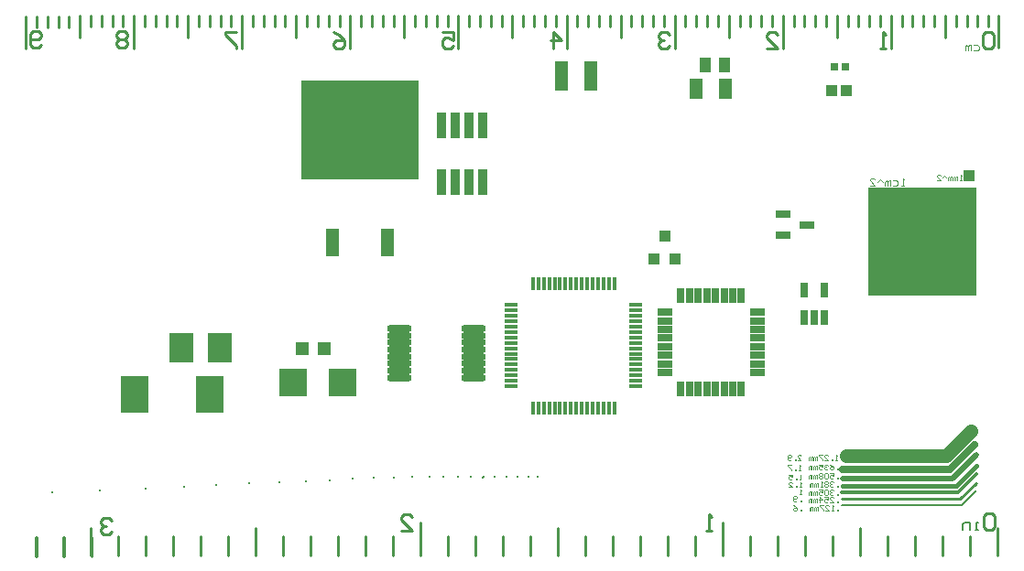
<source format=gbs>
G04 Layer_Color=8150272*
%FSLAX24Y24*%
%MOIN*%
G70*
G01*
G75*
%ADD10C,0.0100*%
%ADD784C,0.0500*%
%ADD785C,0.0200*%
%ADD786C,0.0250*%
%ADD787C,0.0150*%
%ADD789C,0.0050*%
%ADD790C,0.0039*%
%ADD792C,0.0049*%
%ADD794R,0.0394X0.0394*%
%ADD797C,0.0080*%
%ADD798C,0.0120*%
%ADD799C,0.0070*%
%ADD800R,0.3937X0.3937*%
%ADD801R,0.0300X0.0580*%
%ADD802R,0.0580X0.0300*%
%ADD803R,0.0316X0.0277*%
%ADD804R,0.0395X0.0434*%
%ADD805R,0.0395X0.0552*%
%ADD806R,0.0474X0.0167*%
%ADD807R,0.0167X0.0474*%
%ADD808R,0.0320X0.0950*%
%ADD809R,0.0513X0.0749*%
%ADD810R,0.0513X0.1104*%
%ADD811R,0.0474X0.0474*%
%ADD812R,0.4273X0.3584*%
%ADD813R,0.0493X0.1025*%
%ADD814R,0.0867X0.1064*%
%ADD815O,0.0907X0.0257*%
%ADD816R,0.0986X0.0986*%
%ADD817R,0.1025X0.1379*%
%ADD818R,0.0395X0.0434*%
%ADD819R,0.0533X0.0316*%
%ADD820R,0.0280X0.0580*%
D10*
X45268Y28350D02*
Y29532D01*
X11457Y29102D02*
Y29496D01*
X11850Y28709D02*
Y29496D01*
X10669Y29102D02*
Y29496D01*
X11063Y29102D02*
Y29496D01*
X9882Y28315D02*
Y29496D01*
X10276Y29102D02*
Y29496D01*
X11260Y9832D02*
Y10532D01*
X10260Y9832D02*
Y10532D01*
X10276Y9832D02*
Y10532D01*
X12264Y9832D02*
Y10532D01*
X11264Y9832D02*
Y10532D01*
X11280Y9832D02*
Y10532D01*
X39563Y11909D02*
X43894D01*
X12260Y9863D02*
Y10863D01*
X16244Y9863D02*
Y10563D01*
X20244Y9863D02*
Y10563D01*
X24051Y29114D02*
Y29508D01*
X24244Y9863D02*
Y11063D01*
X24839Y29114D02*
Y29508D01*
X27201Y29114D02*
Y29508D01*
X26413Y29114D02*
Y29508D01*
X25626Y28327D02*
Y29508D01*
X28776Y29114D02*
Y29508D01*
X27988Y29114D02*
Y29508D01*
X29563Y28327D02*
Y29508D01*
X28244Y9863D02*
Y10563D01*
X32244Y9863D02*
Y10563D01*
X36244Y9863D02*
Y10563D01*
X40244Y9863D02*
Y10863D01*
X44244Y9863D02*
Y10563D01*
X43894Y11909D02*
X44484Y12500D01*
X11846Y28720D02*
Y29508D01*
X12240Y29114D02*
Y29508D01*
X12634Y29114D02*
Y29508D01*
X13028Y29114D02*
Y29508D01*
X13421Y29114D02*
Y29508D01*
X13260Y9863D02*
Y10563D01*
X14209Y29114D02*
Y29508D01*
X13815Y28327D02*
Y29508D01*
X14260Y9863D02*
Y10563D01*
X14244Y9863D02*
Y10563D01*
X14996Y29114D02*
Y29508D01*
X14602Y29114D02*
Y29508D01*
X15244Y9863D02*
Y10563D01*
X15783Y28720D02*
Y29508D01*
X15390Y29114D02*
Y29508D01*
X16571Y29114D02*
Y29508D01*
X16177Y29114D02*
Y29508D01*
X17358Y29114D02*
Y29508D01*
X16965Y29114D02*
Y29508D01*
X17244Y9863D02*
Y10563D01*
X17752Y28327D02*
Y29508D01*
X18146Y29114D02*
Y29508D01*
X18244Y9863D02*
Y10863D01*
X18933Y29114D02*
Y29508D01*
X18539Y29114D02*
Y29508D01*
X19244Y9863D02*
Y10563D01*
X19720Y28720D02*
Y29508D01*
X19327Y29114D02*
Y29508D01*
X20508Y29114D02*
Y29508D01*
X20114Y29114D02*
Y29508D01*
X21295Y29114D02*
Y29508D01*
X20902Y29114D02*
Y29508D01*
X21244Y9863D02*
Y10563D01*
X21689Y28327D02*
Y29508D01*
X22083Y29114D02*
Y29508D01*
X22244Y9863D02*
Y10563D01*
X22870Y29114D02*
Y29508D01*
X22476Y29114D02*
Y29508D01*
X23244Y9863D02*
Y10563D01*
X23657Y28720D02*
Y29508D01*
X23264Y29114D02*
Y29508D01*
X24445Y29114D02*
Y29508D01*
X25232Y29114D02*
Y29508D01*
X25244Y9863D02*
Y10563D01*
X26020Y29114D02*
Y29508D01*
X26244Y9863D02*
Y10563D01*
X26807Y29114D02*
Y29508D01*
X27244Y9863D02*
Y10563D01*
X27594Y28720D02*
Y29508D01*
X28382Y29114D02*
Y29508D01*
X29169Y29114D02*
Y29508D01*
X29244Y9863D02*
Y10863D01*
X30350Y29114D02*
Y29508D01*
X29957Y29114D02*
Y29508D01*
X30244Y9863D02*
Y10563D01*
X31138Y29114D02*
Y29508D01*
X30744Y29114D02*
Y29508D01*
X31244Y9863D02*
Y10563D01*
X31925Y29114D02*
Y29508D01*
X31532Y28720D02*
Y29508D01*
X32713Y29114D02*
Y29508D01*
X32319Y29114D02*
Y29508D01*
X33106Y29114D02*
Y29508D01*
X33500Y28327D02*
Y29508D01*
X33244Y9863D02*
Y10563D01*
X34287Y29114D02*
Y29508D01*
X33894Y29114D02*
Y29508D01*
X34244Y9863D02*
Y10563D01*
X35075Y29114D02*
Y29508D01*
X34681Y29114D02*
Y29508D01*
X35244Y9863D02*
Y11063D01*
X35862Y29114D02*
Y29508D01*
X35469Y28720D02*
Y29508D01*
X36650Y29114D02*
Y29508D01*
X36256Y29114D02*
Y29508D01*
X37043Y29114D02*
Y29508D01*
X37437Y28327D02*
Y29508D01*
X37244Y9863D02*
Y10563D01*
X38224Y29114D02*
Y29508D01*
X37831Y29114D02*
Y29508D01*
X38244Y9863D02*
Y10563D01*
X39012Y29114D02*
Y29508D01*
X38618Y29114D02*
Y29508D01*
X39244Y9863D02*
Y10563D01*
X39799Y29114D02*
Y29508D01*
X39406Y28720D02*
Y29508D01*
X40587Y29114D02*
Y29508D01*
X40193Y29114D02*
Y29508D01*
X40980Y29114D02*
Y29508D01*
X41374Y28327D02*
Y29508D01*
X41244Y9863D02*
Y10563D01*
X41768Y29114D02*
Y29508D01*
X42161Y29114D02*
Y29508D01*
X42244Y9863D02*
Y10563D01*
X42555Y29114D02*
Y29508D01*
X42949Y29114D02*
Y29508D01*
X43244Y9863D02*
Y10563D01*
X43343Y28720D02*
Y29508D01*
X43736Y29114D02*
Y29508D01*
X44130Y29114D02*
Y29508D01*
X44524Y29114D02*
Y29508D01*
X44917Y29114D02*
Y29508D01*
X45244Y10846D02*
X45244Y9863D01*
X43453Y12937D02*
X43508Y12980D01*
X44484Y13130D02*
X44484D01*
Y12815D02*
Y12815D01*
X13579Y28866D02*
X13479Y28966D01*
X13279D01*
X13179Y28866D01*
Y28766D01*
X13279Y28666D01*
X13179Y28566D01*
Y28466D01*
X13279Y28366D01*
X13479D01*
X13579Y28466D01*
Y28566D01*
X13479Y28666D01*
X13579Y28766D01*
Y28866D01*
X13479Y28666D02*
X13279D01*
X36840Y28327D02*
X37240D01*
X36840Y28727D01*
Y28827D01*
X36940Y28927D01*
X37140D01*
X37240Y28827D01*
X34843Y10764D02*
X34643D01*
X34743D01*
Y11364D01*
X34843Y11264D01*
X45154Y11279D02*
X45054Y11379D01*
X44854D01*
X44754Y11279D01*
Y10879D01*
X44854Y10780D01*
X45054D01*
X45154Y10879D01*
Y11279D01*
X13000Y11106D02*
X12900Y11206D01*
X12700D01*
X12600Y11106D01*
Y11006D01*
X12700Y10906D01*
X12800D01*
X12700D01*
X12600Y10806D01*
Y10706D01*
X12700Y10606D01*
X12900D01*
X13000Y10706D01*
X17555Y28927D02*
X17155D01*
Y28827D01*
X17555Y28427D01*
Y28327D01*
X33303Y28827D02*
X33203Y28927D01*
X33003D01*
X32903Y28827D01*
Y28727D01*
X33003Y28627D01*
X33103D01*
X33003D01*
X32903Y28527D01*
Y28427D01*
X33003Y28327D01*
X33203D01*
X33303Y28427D01*
X45114Y28827D02*
X45014Y28927D01*
X44814D01*
X44714Y28827D01*
Y28427D01*
X44814Y28327D01*
X45014D01*
X45114Y28427D01*
Y28827D01*
X23545Y10764D02*
X23945D01*
X23545Y11164D01*
Y11264D01*
X23645Y11364D01*
X23845D01*
X23945Y11264D01*
X21092Y28927D02*
X21292Y28827D01*
X21492Y28627D01*
Y28427D01*
X21392Y28327D01*
X21192D01*
X21092Y28427D01*
Y28527D01*
X21192Y28627D01*
X21492D01*
X25029Y28927D02*
X25429D01*
Y28627D01*
X25229Y28727D01*
X25129D01*
X25029Y28627D01*
Y28427D01*
X25129Y28327D01*
X25329D01*
X25429Y28427D01*
X29066Y28327D02*
Y28927D01*
X29366Y28627D01*
X28966D01*
X41177Y28327D02*
X40977D01*
X41077D01*
Y28927D01*
X41177Y28827D01*
X10449Y28450D02*
X10349Y28350D01*
X10149D01*
X10049Y28450D01*
Y28850D01*
X10149Y28950D01*
X10349D01*
X10449Y28850D01*
Y28750D01*
X10349Y28650D01*
X10049D01*
D784*
X43370Y13480D02*
X44274Y14384D01*
X39760Y13480D02*
X43370D01*
D785*
X43618Y12657D02*
X44484Y13524D01*
X39602Y12657D02*
X43618D01*
D786*
X43508Y12980D02*
X44402Y13874D01*
X39602Y12980D02*
X43508D01*
D787*
X39602Y12382D02*
X43736D01*
X44484Y13130D01*
D789*
X39563Y11673D02*
X43933D01*
X44484Y12224D01*
X39563Y11673D02*
X39563Y11673D01*
D790*
X43933Y23524D02*
X43867D01*
X43900D01*
Y23720D01*
X43933Y23688D01*
X43769Y23524D02*
Y23655D01*
X43736D01*
X43703Y23622D01*
Y23524D01*
Y23622D01*
X43671Y23655D01*
X43638Y23622D01*
Y23524D01*
X43572D02*
Y23655D01*
X43540D01*
X43507Y23622D01*
Y23524D01*
Y23622D01*
X43474Y23655D01*
X43441Y23622D01*
Y23524D01*
X43376Y23622D02*
X43310Y23688D01*
X43244Y23622D01*
X43048Y23524D02*
X43179D01*
X43048Y23655D01*
Y23688D01*
X43080Y23720D01*
X43146D01*
X43179Y23688D01*
X37963Y13315D02*
X38094D01*
X37963Y13446D01*
Y13479D01*
X37996Y13512D01*
X38062D01*
X38094Y13479D01*
X37898Y13315D02*
Y13348D01*
X37865D01*
Y13315D01*
X37898D01*
X37734Y13348D02*
X37701Y13315D01*
X37635D01*
X37603Y13348D01*
Y13479D01*
X37635Y13512D01*
X37701D01*
X37734Y13479D01*
Y13446D01*
X37701Y13413D01*
X37603D01*
X38094Y12606D02*
X38029D01*
X38062D01*
Y12803D01*
X38094Y12770D01*
X37931Y12606D02*
Y12639D01*
X37898D01*
Y12606D01*
X37931D01*
X37635Y12803D02*
X37767D01*
Y12705D01*
X37701Y12737D01*
X37668D01*
X37635Y12705D01*
Y12639D01*
X37668Y12606D01*
X37734D01*
X37767Y12639D01*
X38098Y12339D02*
X38033D01*
X38066D01*
Y12535D01*
X38098Y12503D01*
X37934Y12339D02*
Y12371D01*
X37902D01*
Y12339D01*
X37934D01*
X37639D02*
X37770D01*
X37639Y12470D01*
Y12503D01*
X37672Y12535D01*
X37738D01*
X37770Y12503D01*
X39413Y13323D02*
X39348D01*
X39381D01*
Y13520D01*
X39413Y13487D01*
X39249Y13323D02*
Y13356D01*
X39217D01*
Y13323D01*
X39249D01*
X38954D02*
X39085D01*
X38954Y13454D01*
Y13487D01*
X38987Y13520D01*
X39053D01*
X39085Y13487D01*
X38889Y13520D02*
X38757D01*
Y13487D01*
X38889Y13356D01*
Y13323D01*
X38692D02*
Y13454D01*
X38659D01*
X38626Y13421D01*
Y13323D01*
Y13421D01*
X38593Y13454D01*
X38561Y13421D01*
Y13323D01*
X38495D02*
Y13454D01*
X38462D01*
X38429Y13421D01*
Y13323D01*
Y13421D01*
X38397Y13454D01*
X38364Y13421D01*
Y13323D01*
X39445Y12343D02*
Y12375D01*
X39412D01*
Y12343D01*
X39445D01*
X39281Y12507D02*
X39248Y12539D01*
X39183D01*
X39150Y12507D01*
Y12474D01*
X39183Y12441D01*
X39215D01*
X39183D01*
X39150Y12408D01*
Y12375D01*
X39183Y12343D01*
X39248D01*
X39281Y12375D01*
X39084Y12507D02*
X39051Y12539D01*
X38986D01*
X38953Y12507D01*
Y12474D01*
X38986Y12441D01*
X38953Y12408D01*
Y12375D01*
X38986Y12343D01*
X39051D01*
X39084Y12375D01*
Y12408D01*
X39051Y12441D01*
X39084Y12474D01*
Y12507D01*
X39051Y12441D02*
X38986D01*
X38887Y12343D02*
X38822D01*
X38855D01*
Y12539D01*
X38887Y12507D01*
X38723Y12343D02*
Y12474D01*
X38691D01*
X38658Y12441D01*
Y12343D01*
Y12441D01*
X38625Y12474D01*
X38592Y12441D01*
Y12343D01*
X38527D02*
Y12474D01*
X38494D01*
X38461Y12441D01*
Y12343D01*
Y12441D01*
X38428Y12474D01*
X38395Y12441D01*
Y12343D01*
X39445Y11791D02*
Y11824D01*
X39412D01*
Y11791D01*
X39445D01*
X39150D02*
X39281D01*
X39150Y11923D01*
Y11955D01*
X39183Y11988D01*
X39248D01*
X39281Y11955D01*
X38953Y11988D02*
X39084D01*
Y11890D01*
X39019Y11923D01*
X38986D01*
X38953Y11890D01*
Y11824D01*
X38986Y11791D01*
X39051D01*
X39084Y11824D01*
X38789Y11791D02*
Y11988D01*
X38887Y11890D01*
X38756D01*
X38691Y11791D02*
Y11923D01*
X38658D01*
X38625Y11890D01*
Y11791D01*
Y11890D01*
X38592Y11923D01*
X38559Y11890D01*
Y11791D01*
X38494D02*
Y11923D01*
X38461D01*
X38428Y11890D01*
Y11791D01*
Y11890D01*
X38395Y11923D01*
X38363Y11890D01*
Y11791D01*
X38087Y12945D02*
X38021D01*
X38054D01*
Y13142D01*
X38087Y13109D01*
X37923Y12945D02*
Y12978D01*
X37890D01*
Y12945D01*
X37923D01*
X37759Y13142D02*
X37627D01*
Y13109D01*
X37759Y12978D01*
Y12945D01*
X39445Y12972D02*
Y13005D01*
X39412D01*
Y12972D01*
X39445D01*
X39150Y13169D02*
X39215Y13136D01*
X39281Y13071D01*
Y13005D01*
X39248Y12972D01*
X39183D01*
X39150Y13005D01*
Y13038D01*
X39183Y13071D01*
X39281D01*
X39084Y13136D02*
X39051Y13169D01*
X38986D01*
X38953Y13136D01*
Y13104D01*
X38986Y13071D01*
X39019D01*
X38986D01*
X38953Y13038D01*
Y13005D01*
X38986Y12972D01*
X39051D01*
X39084Y13005D01*
X38756Y13169D02*
X38887D01*
Y13071D01*
X38822Y13104D01*
X38789D01*
X38756Y13071D01*
Y13005D01*
X38789Y12972D01*
X38855D01*
X38887Y13005D01*
X38691Y12972D02*
Y13104D01*
X38658D01*
X38625Y13071D01*
Y12972D01*
Y13071D01*
X38592Y13104D01*
X38559Y13071D01*
Y12972D01*
X38494D02*
Y13104D01*
X38461D01*
X38428Y13071D01*
Y12972D01*
Y13071D01*
X38395Y13104D01*
X38363Y13071D01*
Y12972D01*
X39445Y12657D02*
Y12690D01*
X39412D01*
Y12657D01*
X39445D01*
X39150Y12854D02*
X39281D01*
Y12756D01*
X39215Y12789D01*
X39183D01*
X39150Y12756D01*
Y12690D01*
X39183Y12657D01*
X39248D01*
X39281Y12690D01*
X39084Y12821D02*
X39051Y12854D01*
X38986D01*
X38953Y12821D01*
Y12690D01*
X38986Y12657D01*
X39051D01*
X39084Y12690D01*
Y12821D01*
X38887D02*
X38855Y12854D01*
X38789D01*
X38756Y12821D01*
Y12789D01*
X38789Y12756D01*
X38756Y12723D01*
Y12690D01*
X38789Y12657D01*
X38855D01*
X38887Y12690D01*
Y12723D01*
X38855Y12756D01*
X38887Y12789D01*
Y12821D01*
X38855Y12756D02*
X38789D01*
X38691Y12657D02*
Y12789D01*
X38658D01*
X38625Y12756D01*
Y12657D01*
Y12756D01*
X38592Y12789D01*
X38559Y12756D01*
Y12657D01*
X38494D02*
Y12789D01*
X38461D01*
X38428Y12756D01*
Y12657D01*
Y12756D01*
X38395Y12789D01*
X38363Y12756D01*
Y12657D01*
X39445Y12067D02*
Y12100D01*
X39412D01*
Y12067D01*
X39445D01*
X39281Y12231D02*
X39248Y12264D01*
X39183D01*
X39150Y12231D01*
Y12198D01*
X39183Y12165D01*
X39215D01*
X39183D01*
X39150Y12133D01*
Y12100D01*
X39183Y12067D01*
X39248D01*
X39281Y12100D01*
X39084Y12231D02*
X39051Y12264D01*
X38986D01*
X38953Y12231D01*
Y12100D01*
X38986Y12067D01*
X39051D01*
X39084Y12100D01*
Y12231D01*
X38756Y12264D02*
X38887D01*
Y12165D01*
X38822Y12198D01*
X38789D01*
X38756Y12165D01*
Y12100D01*
X38789Y12067D01*
X38855D01*
X38887Y12100D01*
X38691Y12067D02*
Y12198D01*
X38658D01*
X38625Y12165D01*
Y12067D01*
Y12165D01*
X38592Y12198D01*
X38559Y12165D01*
Y12067D01*
X38494D02*
Y12198D01*
X38461D01*
X38428Y12165D01*
Y12067D01*
Y12165D01*
X38395Y12198D01*
X38363Y12165D01*
Y12067D01*
X39445Y11476D02*
Y11509D01*
X39412D01*
Y11476D01*
X39445D01*
X39281D02*
X39215D01*
X39248D01*
Y11673D01*
X39281Y11640D01*
X38986Y11476D02*
X39117D01*
X38986Y11608D01*
Y11640D01*
X39019Y11673D01*
X39084D01*
X39117Y11640D01*
X38920Y11673D02*
X38789D01*
Y11640D01*
X38920Y11509D01*
Y11476D01*
X38723D02*
Y11608D01*
X38691D01*
X38658Y11575D01*
Y11476D01*
Y11575D01*
X38625Y11608D01*
X38592Y11575D01*
Y11476D01*
X38527D02*
Y11608D01*
X38494D01*
X38461Y11575D01*
Y11476D01*
Y11575D01*
X38428Y11608D01*
X38395Y11575D01*
Y11476D01*
X38102Y11811D02*
Y11844D01*
X38070D01*
Y11811D01*
X38102D01*
X37938Y11844D02*
X37906Y11811D01*
X37840D01*
X37807Y11844D01*
Y11975D01*
X37840Y12008D01*
X37906D01*
X37938Y11975D01*
Y11942D01*
X37906Y11909D01*
X37807D01*
X38102Y12071D02*
X38037D01*
X38070D01*
Y12268D01*
X38102Y12235D01*
X38110Y11492D02*
Y11525D01*
X38077D01*
Y11492D01*
X38110D01*
X37815Y11689D02*
X37881Y11656D01*
X37946Y11591D01*
Y11525D01*
X37913Y11492D01*
X37848D01*
X37815Y11525D01*
Y11558D01*
X37848Y11591D01*
X37946D01*
D792*
X41846Y23327D02*
X41755D01*
X41801D01*
Y23602D01*
X41846Y23556D01*
X41433Y23510D02*
X41571D01*
X41617Y23465D01*
Y23373D01*
X41571Y23327D01*
X41433D01*
X41341D02*
Y23510D01*
X41295D01*
X41250Y23465D01*
Y23327D01*
Y23465D01*
X41204Y23510D01*
X41158Y23465D01*
Y23327D01*
X41066Y23465D02*
X40974Y23556D01*
X40882Y23465D01*
X40607Y23327D02*
X40790D01*
X40607Y23510D01*
Y23556D01*
X40653Y23602D01*
X40744D01*
X40790Y23556D01*
X44366Y28445D02*
X44514D01*
X44563Y28396D01*
Y28297D01*
X44514Y28248D01*
X44366D01*
X44268D02*
Y28445D01*
X44219D01*
X44169Y28396D01*
Y28248D01*
Y28396D01*
X44120Y28445D01*
X44071Y28396D01*
Y28248D01*
D794*
X44209Y23681D02*
D03*
D797*
X10843Y12142D02*
D03*
X12575Y12209D02*
D03*
X14228Y12287D02*
D03*
X15646Y12366D02*
D03*
X16827Y12406D02*
D03*
X18008Y12484D02*
D03*
X19110Y12524D02*
D03*
X20094Y12563D02*
D03*
X20961Y12602D02*
D03*
X21787Y12642D02*
D03*
X22535Y12681D02*
D03*
X23283D02*
D03*
X23953Y12720D02*
D03*
X24583D02*
D03*
X25094D02*
D03*
X25606D02*
D03*
X26079D02*
D03*
X26551D02*
D03*
X26945D02*
D03*
X27378D02*
D03*
X27772D02*
D03*
X28165D02*
D03*
X28520D02*
D03*
X26512Y12681D02*
D03*
D798*
X39563Y12146D02*
X43815D01*
X44484Y12815D01*
D799*
X44559Y10780D02*
X44428D01*
X44493D01*
Y11042D01*
X44559D01*
X44231Y10780D02*
Y11042D01*
X44034D01*
X43969Y10976D01*
Y10780D01*
D800*
X42516Y21280D02*
D03*
D801*
X35925Y19304D02*
D03*
X35610D02*
D03*
X35295D02*
D03*
X34980D02*
D03*
X34665D02*
D03*
X34350D02*
D03*
X34035D02*
D03*
X33720D02*
D03*
Y15924D02*
D03*
X34035D02*
D03*
X34350D02*
D03*
X34665D02*
D03*
X34980D02*
D03*
X35295D02*
D03*
X35610D02*
D03*
X35925D02*
D03*
D802*
X33133Y18717D02*
D03*
Y18402D02*
D03*
Y18087D02*
D03*
Y17772D02*
D03*
Y17457D02*
D03*
Y17142D02*
D03*
Y16827D02*
D03*
Y16512D02*
D03*
X36513D02*
D03*
Y16827D02*
D03*
Y17142D02*
D03*
Y17457D02*
D03*
Y17772D02*
D03*
Y18087D02*
D03*
Y18402D02*
D03*
Y18717D02*
D03*
D803*
X39701Y27665D02*
D03*
X39307D02*
D03*
D804*
X39197Y26783D02*
D03*
X39748D02*
D03*
D805*
X35315Y27736D02*
D03*
X34606D02*
D03*
D806*
X32083Y17201D02*
D03*
Y16807D02*
D03*
Y16413D02*
D03*
Y16020D02*
D03*
Y16217D02*
D03*
Y16610D02*
D03*
Y17004D02*
D03*
Y18972D02*
D03*
Y18579D02*
D03*
Y18185D02*
D03*
Y17791D02*
D03*
Y18776D02*
D03*
Y18382D02*
D03*
Y17988D02*
D03*
Y17398D02*
D03*
Y17594D02*
D03*
X27555Y17791D02*
D03*
Y18185D02*
D03*
Y18579D02*
D03*
Y18972D02*
D03*
Y18776D02*
D03*
Y18382D02*
D03*
Y17988D02*
D03*
Y16020D02*
D03*
Y16413D02*
D03*
Y16807D02*
D03*
Y17201D02*
D03*
Y16217D02*
D03*
Y16610D02*
D03*
Y17004D02*
D03*
Y17594D02*
D03*
Y17398D02*
D03*
D807*
X30114Y19760D02*
D03*
X30508D02*
D03*
X30902D02*
D03*
X31295D02*
D03*
X31098D02*
D03*
X30705D02*
D03*
X30311D02*
D03*
X28342D02*
D03*
X28736D02*
D03*
X29130D02*
D03*
X29524D02*
D03*
X28539D02*
D03*
X28933D02*
D03*
X29327D02*
D03*
X29917D02*
D03*
X29720D02*
D03*
X29524Y15232D02*
D03*
X29130D02*
D03*
X28736D02*
D03*
X28342D02*
D03*
X28539D02*
D03*
X28933D02*
D03*
X29327D02*
D03*
X31295D02*
D03*
X30902D02*
D03*
X30508D02*
D03*
X30114D02*
D03*
X31098D02*
D03*
X30705D02*
D03*
X30311D02*
D03*
X29720D02*
D03*
X29917D02*
D03*
D808*
X26522Y25522D02*
D03*
X26022D02*
D03*
X25522D02*
D03*
X25022D02*
D03*
Y23462D02*
D03*
X25522D02*
D03*
X26022D02*
D03*
X26522D02*
D03*
D809*
X34272Y26854D02*
D03*
X35335D02*
D03*
D810*
X29378Y27311D02*
D03*
X30441D02*
D03*
D811*
X20744Y17382D02*
D03*
X19957D02*
D03*
D812*
X22059Y25343D02*
D03*
D813*
X21059Y21268D02*
D03*
X23059D02*
D03*
D814*
X16947Y17406D02*
D03*
X15549D02*
D03*
D815*
X26185Y18116D02*
D03*
Y17860D02*
D03*
Y17604D02*
D03*
Y17348D02*
D03*
Y17093D02*
D03*
Y16837D02*
D03*
Y16581D02*
D03*
Y16325D02*
D03*
X23468Y18116D02*
D03*
Y17860D02*
D03*
Y17604D02*
D03*
Y17348D02*
D03*
Y17093D02*
D03*
Y16837D02*
D03*
Y16581D02*
D03*
Y16325D02*
D03*
D816*
X21398Y16154D02*
D03*
X19626D02*
D03*
D817*
X13844Y15736D02*
D03*
X16581D02*
D03*
D818*
X33504Y20650D02*
D03*
X32756D02*
D03*
X33130Y21476D02*
D03*
D819*
X38317Y21902D02*
D03*
X37431Y22276D02*
D03*
Y21528D02*
D03*
D820*
X38211Y19520D02*
D03*
X38961Y18520D02*
D03*
X38211D02*
D03*
X38591Y18520D02*
D03*
X38961Y19520D02*
D03*
M02*

</source>
